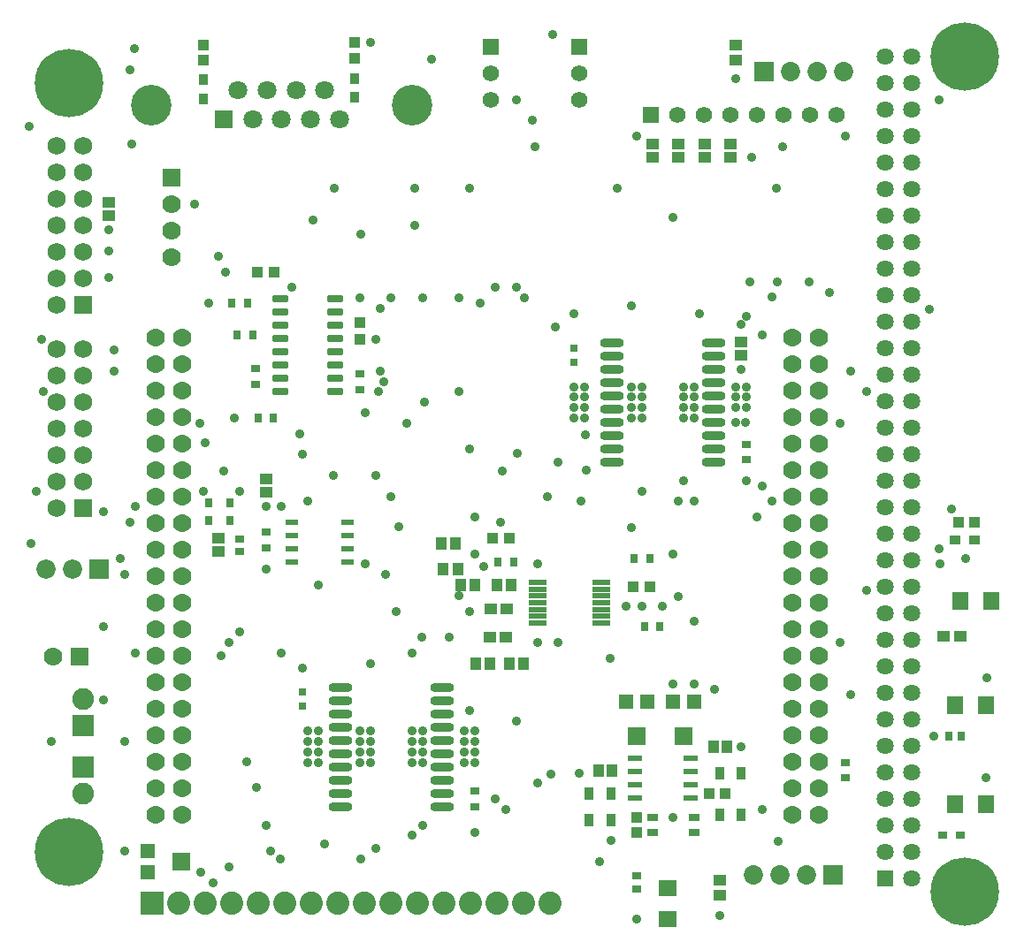
<source format=gbs>
%TF.GenerationSoftware,Altium Limited,Altium Designer,23.1.1 (15)*%
G04 Layer_Color=16711935*
%FSLAX25Y25*%
%MOIN*%
%TF.SameCoordinates,FA324DF6-1FC1-44E6-B842-7DB02DEBFDBB*%
%TF.FilePolarity,Negative*%
%TF.FileFunction,Soldermask,Bot*%
%TF.Part,Single*%
G01*
G75*
%TA.AperFunction,ComponentPad*%
%ADD29R,0.07244X0.07244*%
%ADD30C,0.07244*%
%ADD31R,0.06181X0.06181*%
%ADD32C,0.06181*%
%ADD37R,0.06181X0.06181*%
%TA.AperFunction,SMDPad,CuDef*%
%ADD40R,0.03543X0.03150*%
%ADD42R,0.02756X0.02756*%
%ADD43R,0.03150X0.03543*%
%ADD45R,0.03150X0.03543*%
%ADD51R,0.05118X0.02362*%
%ADD52R,0.03394X0.02613*%
%ADD54R,0.03937X0.03543*%
%ADD57R,0.04469X0.04182*%
%ADD58R,0.04952X0.03985*%
%ADD61R,0.03937X0.02953*%
%ADD63R,0.03543X0.02953*%
%ADD65R,0.04560X0.03985*%
%ADD66R,0.02613X0.03394*%
%ADD67R,0.03543X0.03150*%
%ADD69R,0.05512X0.02362*%
%ADD70R,0.03543X0.03937*%
%ADD71R,0.04182X0.04469*%
%ADD72R,0.03765X0.04749*%
%TA.AperFunction,ComponentPad*%
%ADD82C,0.15288*%
%ADD83R,0.07099X0.07099*%
%ADD84C,0.07099*%
%ADD85R,0.07001X0.07001*%
%ADD86C,0.07001*%
%ADD87R,0.06902X0.06902*%
%ADD88C,0.06902*%
%ADD89R,0.08772X0.08772*%
%ADD90C,0.08772*%
%ADD91C,0.07296*%
%ADD92R,0.07296X0.07296*%
%ADD93R,0.07001X0.07001*%
%ADD94C,0.06410*%
%ADD95R,0.06410X0.06410*%
%ADD96R,0.08182X0.08182*%
%ADD97C,0.08182*%
%ADD98C,0.06981*%
%TA.AperFunction,WasherPad*%
%ADD99C,0.25800*%
%TA.AperFunction,ViaPad*%
%ADD100C,0.03556*%
%TA.AperFunction,SMDPad,CuDef*%
G04:AMPARAMS|DCode=101|XSize=29.65mil|YSize=57.21mil|CornerRadius=5.95mil|HoleSize=0mil|Usage=FLASHONLY|Rotation=270.000|XOffset=0mil|YOffset=0mil|HoleType=Round|Shape=RoundedRectangle|*
%AMROUNDEDRECTD101*
21,1,0.02965,0.04532,0,0,270.0*
21,1,0.01776,0.05721,0,0,270.0*
1,1,0.01190,-0.02266,-0.00888*
1,1,0.01190,-0.02266,0.00888*
1,1,0.01190,0.02266,0.00888*
1,1,0.01190,0.02266,-0.00888*
%
%ADD101ROUNDEDRECTD101*%
%ADD102R,0.04540X0.03950*%
%ADD103R,0.04343X0.04934*%
G04:AMPARAMS|DCode=104|XSize=22.44mil|YSize=67.72mil|CornerRadius=4.31mil|HoleSize=0mil|Usage=FLASHONLY|Rotation=270.000|XOffset=0mil|YOffset=0mil|HoleType=Round|Shape=RoundedRectangle|*
%AMROUNDEDRECTD104*
21,1,0.02244,0.05909,0,0,270.0*
21,1,0.01382,0.06772,0,0,270.0*
1,1,0.00862,-0.02955,-0.00691*
1,1,0.00862,-0.02955,0.00691*
1,1,0.00862,0.02955,0.00691*
1,1,0.00862,0.02955,-0.00691*
%
%ADD104ROUNDEDRECTD104*%
%ADD105R,0.05524X0.05524*%
%ADD106R,0.06706X0.07099*%
%ADD107O,0.09068X0.03359*%
%ADD108R,0.07099X0.06312*%
%ADD109R,0.03950X0.03950*%
%ADD110R,0.03950X0.04540*%
%ADD111R,0.05524X0.05524*%
%ADD112R,0.07099X0.06706*%
%ADD113R,0.04934X0.04343*%
%ADD114R,0.06312X0.07099*%
%ADD115R,0.03950X0.03950*%
D29*
X-346457Y141732D02*
D03*
D30*
X-356457D02*
D03*
X-366457D02*
D03*
D31*
X-165354Y338740D02*
D03*
X-198524D02*
D03*
D32*
X-165354Y328740D02*
D03*
Y318740D02*
D03*
X-198524Y328740D02*
D03*
Y318740D02*
D03*
X-68425Y312992D02*
D03*
X-78425D02*
D03*
X-88425D02*
D03*
X-98425D02*
D03*
X-108425D02*
D03*
X-118425D02*
D03*
X-128425D02*
D03*
D37*
X-138425D02*
D03*
D40*
X-287402Y217520D02*
D03*
Y211614D02*
D03*
X-64961Y68898D02*
D03*
Y62992D02*
D03*
X-283312Y149828D02*
D03*
Y155734D02*
D03*
X-248031Y215551D02*
D03*
Y209646D02*
D03*
X-102362Y188976D02*
D03*
Y183071D02*
D03*
X-204724Y58071D02*
D03*
Y52165D02*
D03*
D42*
X-167323Y219685D02*
D03*
Y225197D02*
D03*
X-269685Y90056D02*
D03*
Y95568D02*
D03*
D43*
X-288386Y230315D02*
D03*
X-294291D02*
D03*
X-296260Y242126D02*
D03*
X-290354D02*
D03*
X-286417Y198819D02*
D03*
X-280512D02*
D03*
X-134843Y120079D02*
D03*
X-140748D02*
D03*
X-144685Y145669D02*
D03*
X-138779D02*
D03*
X-189899Y144569D02*
D03*
X-195805D02*
D03*
D45*
X-305118Y166732D02*
D03*
Y160039D02*
D03*
X-296993Y160003D02*
D03*
Y166695D02*
D03*
D51*
X-273622Y144449D02*
D03*
Y149449D02*
D03*
Y154449D02*
D03*
Y159449D02*
D03*
X-252756D02*
D03*
Y154449D02*
D03*
Y149449D02*
D03*
Y144449D02*
D03*
D52*
X-143701Y26100D02*
D03*
Y21144D02*
D03*
D54*
X-23475Y152784D02*
D03*
X-16389D02*
D03*
D57*
X-138555Y135167D02*
D03*
X-144975D02*
D03*
X-198092Y153543D02*
D03*
X-191672D02*
D03*
X-286675Y253937D02*
D03*
X-280254D02*
D03*
D58*
X-192913Y116142D02*
D03*
X-199033D02*
D03*
X-192535Y126810D02*
D03*
X-198654D02*
D03*
D61*
X-137795Y48228D02*
D03*
Y42323D02*
D03*
X-122047Y48228D02*
D03*
Y42323D02*
D03*
D63*
X-293443Y148585D02*
D03*
Y153310D02*
D03*
D65*
X-21566Y116487D02*
D03*
X-27881D02*
D03*
D66*
X-21144Y78740D02*
D03*
X-26100D02*
D03*
D67*
X-21668Y41434D02*
D03*
X-28361D02*
D03*
D69*
X-123425Y55492D02*
D03*
Y60492D02*
D03*
Y65492D02*
D03*
Y70492D02*
D03*
X-144291D02*
D03*
Y65492D02*
D03*
Y60492D02*
D03*
Y55492D02*
D03*
D70*
X-250000Y319685D02*
D03*
Y326772D02*
D03*
X-307087Y319291D02*
D03*
Y326378D02*
D03*
D71*
X-248031Y228346D02*
D03*
Y234767D02*
D03*
D72*
X-104134Y64961D02*
D03*
X-112205D02*
D03*
X-104232Y49213D02*
D03*
X-112303D02*
D03*
X-161516Y47244D02*
D03*
X-153445D02*
D03*
X-161516Y57087D02*
D03*
X-153445D02*
D03*
D82*
X-326772Y316929D02*
D03*
X-228346D02*
D03*
D83*
X-299370Y311339D02*
D03*
D84*
X-255748D02*
D03*
X-266653D02*
D03*
X-277559D02*
D03*
X-288465D02*
D03*
X-261201Y322520D02*
D03*
X-272106D02*
D03*
X-283012D02*
D03*
X-293917D02*
D03*
D85*
X-318898Y289528D02*
D03*
D86*
Y279528D02*
D03*
Y269528D02*
D03*
Y259528D02*
D03*
X-363650Y108798D02*
D03*
D87*
X-352205Y241653D02*
D03*
Y164724D02*
D03*
D88*
Y251654D02*
D03*
Y261653D02*
D03*
Y271654D02*
D03*
Y281653D02*
D03*
Y291653D02*
D03*
Y301654D02*
D03*
X-362205Y241653D02*
D03*
Y251654D02*
D03*
Y261653D02*
D03*
Y271654D02*
D03*
Y281653D02*
D03*
Y291653D02*
D03*
Y301654D02*
D03*
X-352205Y174724D02*
D03*
Y184724D02*
D03*
Y194724D02*
D03*
Y204724D02*
D03*
Y214724D02*
D03*
Y224724D02*
D03*
X-362205Y164724D02*
D03*
Y174724D02*
D03*
Y184724D02*
D03*
Y194724D02*
D03*
Y204724D02*
D03*
Y214724D02*
D03*
Y224724D02*
D03*
D89*
X-326378Y15748D02*
D03*
D90*
X-316378D02*
D03*
X-306378D02*
D03*
X-296378D02*
D03*
X-286378D02*
D03*
X-276378D02*
D03*
X-266378D02*
D03*
X-256378D02*
D03*
X-246378D02*
D03*
X-236378D02*
D03*
X-226378D02*
D03*
X-216378D02*
D03*
X-206378D02*
D03*
X-196378D02*
D03*
X-186378D02*
D03*
X-176378D02*
D03*
D91*
X-65709Y329646D02*
D03*
X-75709D02*
D03*
X-85709D02*
D03*
X-79646Y26654D02*
D03*
X-89646D02*
D03*
X-99646D02*
D03*
D92*
X-95709Y329646D02*
D03*
X-69646Y26654D02*
D03*
D93*
X-353650Y108798D02*
D03*
D94*
X-40000Y335000D02*
D03*
Y325000D02*
D03*
Y315000D02*
D03*
Y305000D02*
D03*
Y295000D02*
D03*
Y285000D02*
D03*
Y275000D02*
D03*
Y265000D02*
D03*
Y255000D02*
D03*
Y245000D02*
D03*
Y235000D02*
D03*
Y225000D02*
D03*
Y215000D02*
D03*
Y205000D02*
D03*
Y195000D02*
D03*
Y185000D02*
D03*
Y175000D02*
D03*
Y165000D02*
D03*
Y155000D02*
D03*
Y145000D02*
D03*
Y135000D02*
D03*
Y125000D02*
D03*
Y115000D02*
D03*
Y105000D02*
D03*
Y95000D02*
D03*
Y85000D02*
D03*
Y75000D02*
D03*
Y65000D02*
D03*
Y55000D02*
D03*
Y45000D02*
D03*
Y35000D02*
D03*
Y25000D02*
D03*
X-50000Y335000D02*
D03*
Y325000D02*
D03*
Y315000D02*
D03*
Y305000D02*
D03*
Y295000D02*
D03*
Y285000D02*
D03*
Y275000D02*
D03*
Y265000D02*
D03*
Y255000D02*
D03*
Y245000D02*
D03*
Y235000D02*
D03*
Y225000D02*
D03*
Y215000D02*
D03*
Y205000D02*
D03*
Y195000D02*
D03*
Y185000D02*
D03*
Y175000D02*
D03*
Y165000D02*
D03*
Y155000D02*
D03*
Y145000D02*
D03*
Y135000D02*
D03*
Y125000D02*
D03*
Y115000D02*
D03*
Y105000D02*
D03*
Y95000D02*
D03*
Y85000D02*
D03*
Y75000D02*
D03*
Y65000D02*
D03*
Y55000D02*
D03*
Y45000D02*
D03*
Y35000D02*
D03*
D95*
Y25000D02*
D03*
D96*
X-352362Y67087D02*
D03*
Y82677D02*
D03*
D97*
Y57087D02*
D03*
Y92677D02*
D03*
D98*
X-74803Y49213D02*
D03*
X-84803D02*
D03*
X-74803Y59213D02*
D03*
X-84803D02*
D03*
X-74803Y69213D02*
D03*
X-84803D02*
D03*
X-74803Y79213D02*
D03*
X-84803D02*
D03*
X-74803Y89213D02*
D03*
X-84803D02*
D03*
X-74803Y99213D02*
D03*
X-84803D02*
D03*
X-74803Y109213D02*
D03*
X-84803D02*
D03*
X-74803Y119213D02*
D03*
X-84803D02*
D03*
X-74803Y129213D02*
D03*
X-84803D02*
D03*
X-74803Y139213D02*
D03*
X-84803D02*
D03*
X-74803Y149213D02*
D03*
X-84803D02*
D03*
X-74803Y159213D02*
D03*
X-84803D02*
D03*
X-74803Y169213D02*
D03*
X-84803D02*
D03*
X-74803Y179213D02*
D03*
X-84803D02*
D03*
X-74803Y189213D02*
D03*
X-84803D02*
D03*
X-74803Y199213D02*
D03*
X-84803D02*
D03*
X-74803Y209213D02*
D03*
X-84803D02*
D03*
X-74803Y219213D02*
D03*
X-84803D02*
D03*
X-74803Y229213D02*
D03*
X-84803D02*
D03*
X-314803Y49213D02*
D03*
X-324803D02*
D03*
X-314803Y59213D02*
D03*
X-324803D02*
D03*
X-314803Y69213D02*
D03*
X-324803D02*
D03*
X-314803Y79213D02*
D03*
X-324803D02*
D03*
X-314803Y89213D02*
D03*
X-324803D02*
D03*
X-314803Y99213D02*
D03*
X-324803D02*
D03*
X-314803Y109213D02*
D03*
X-324803D02*
D03*
X-314803Y119213D02*
D03*
X-324803D02*
D03*
X-314803Y129213D02*
D03*
X-324803D02*
D03*
X-314803Y139213D02*
D03*
X-324803D02*
D03*
X-314803Y149213D02*
D03*
X-324803D02*
D03*
X-314803Y159213D02*
D03*
X-324803D02*
D03*
X-314803Y169213D02*
D03*
X-324803D02*
D03*
X-314803Y179213D02*
D03*
X-324803D02*
D03*
X-314803Y189213D02*
D03*
X-324803D02*
D03*
X-314803Y199213D02*
D03*
X-324803D02*
D03*
X-314803Y209213D02*
D03*
X-324803D02*
D03*
X-314803Y219213D02*
D03*
X-324803D02*
D03*
X-314803Y229213D02*
D03*
X-324803D02*
D03*
D99*
X-20000Y335000D02*
D03*
Y20000D02*
D03*
X-357520Y35000D02*
D03*
Y325000D02*
D03*
D100*
X-333849Y302140D02*
D03*
X-333125Y338195D02*
D03*
X-334696Y330209D02*
D03*
X-220995Y334296D02*
D03*
X-128000Y131628D02*
D03*
X-141732Y127953D02*
D03*
X-147638D02*
D03*
X-133858D02*
D03*
X-310134Y279613D02*
D03*
X-298608Y253689D02*
D03*
X-129921Y147638D02*
D03*
X-206693Y125984D02*
D03*
X-66929Y114173D02*
D03*
X-96457Y51181D02*
D03*
X-29179Y143966D02*
D03*
X-19685Y145669D02*
D03*
X-236232Y244094D02*
D03*
X-236221Y169291D02*
D03*
X-233431Y157754D02*
D03*
X-293307Y171260D02*
D03*
X-283465Y165354D02*
D03*
X-307996Y27559D02*
D03*
X-204724Y147638D02*
D03*
X-201444Y142933D02*
D03*
X-194882Y159449D02*
D03*
X-204724Y161417D02*
D03*
X-194414Y178796D02*
D03*
X-210630Y131890D02*
D03*
X-227172Y271433D02*
D03*
X-247540Y268071D02*
D03*
X-257473Y285501D02*
D03*
X-227409D02*
D03*
X-206693Y285433D02*
D03*
X-336614Y35433D02*
D03*
X-364173Y76772D02*
D03*
X-344488Y120079D02*
D03*
X-176027Y64581D02*
D03*
X-129912Y274531D02*
D03*
X-150827Y285433D02*
D03*
X-90827D02*
D03*
X-223500Y204724D02*
D03*
X-224476Y116075D02*
D03*
X-181997Y301181D02*
D03*
X-186133Y244094D02*
D03*
X-88583Y301181D02*
D03*
X-100394Y297244D02*
D03*
X-174241Y233297D02*
D03*
X-183071Y311024D02*
D03*
X-100937Y250302D02*
D03*
X-188976Y248031D02*
D03*
X-145669Y241216D02*
D03*
X-265748Y273622D02*
D03*
X-210630Y244094D02*
D03*
X-273654Y248016D02*
D03*
X-248031Y244094D02*
D03*
X-240158Y240158D02*
D03*
X-202756Y242126D02*
D03*
X-224410Y244094D02*
D03*
X-24945Y164366D02*
D03*
X-11613Y100728D02*
D03*
X-11811Y62992D02*
D03*
X-31496Y78740D02*
D03*
X-33346Y239930D02*
D03*
X-57087Y208661D02*
D03*
X-372659Y308926D02*
D03*
X-175197Y343547D02*
D03*
X-368081Y228346D02*
D03*
X-370079Y171260D02*
D03*
X-367201Y208661D02*
D03*
X-106299Y326772D02*
D03*
X-372047Y151575D02*
D03*
X-308364Y196850D02*
D03*
X-306364Y189340D02*
D03*
X-299213Y178796D02*
D03*
X-173422Y182084D02*
D03*
X-188658Y185584D02*
D03*
X-167323Y198819D02*
D03*
Y202756D02*
D03*
Y206693D02*
D03*
Y210630D02*
D03*
X-122047Y198819D02*
D03*
Y202756D02*
D03*
X-125984Y198819D02*
D03*
Y175197D02*
D03*
X-162476Y179134D02*
D03*
X-102362Y175197D02*
D03*
X-177165Y169291D02*
D03*
X-127953Y167323D02*
D03*
X-122047Y122047D02*
D03*
X-238189Y139764D02*
D03*
X-307087Y171260D02*
D03*
X-342520Y261811D02*
D03*
X-344488Y163386D02*
D03*
X-334646Y159449D02*
D03*
X-332677Y110236D02*
D03*
X-29528Y318898D02*
D03*
Y149606D02*
D03*
X-57087Y133858D02*
D03*
X-173228Y114173D02*
D03*
X-122047Y98425D02*
D03*
X-129921D02*
D03*
X-181102Y143701D02*
D03*
X-164476Y167323D02*
D03*
X-277559Y165354D02*
D03*
X-301181Y259839D02*
D03*
X-342520Y269685D02*
D03*
X-257874Y177165D02*
D03*
X-263779Y135827D02*
D03*
X-277559Y110236D02*
D03*
X-283465Y45276D02*
D03*
X-287116Y59374D02*
D03*
X-290478Y69054D02*
D03*
X-293457Y118164D02*
D03*
X-300377Y109130D02*
D03*
X-303255Y23622D02*
D03*
X-297244Y114173D02*
D03*
Y29528D02*
D03*
X-241130Y208661D02*
D03*
X-239130Y212598D02*
D03*
X-214343Y115995D02*
D03*
X-228346Y110236D02*
D03*
X-90204Y39252D02*
D03*
X-98425Y161417D02*
D03*
X-145669Y157480D02*
D03*
X-234186Y125918D02*
D03*
X-277801Y32555D02*
D03*
X-247525Y32585D02*
D03*
X-261372Y38265D02*
D03*
X-281496Y35433D02*
D03*
X-263779Y68898D02*
D03*
X-228346Y41339D02*
D03*
X-224410Y45276D02*
D03*
X-230382Y196916D02*
D03*
X-188976Y84646D02*
D03*
X-336614Y139764D02*
D03*
X-338457Y145669D02*
D03*
X-344488Y92520D02*
D03*
X-196850Y248031D02*
D03*
X-206693Y187008D02*
D03*
X-188976Y318898D02*
D03*
X-162833Y192446D02*
D03*
X-244094Y340551D02*
D03*
X-141732Y202756D02*
D03*
Y198819D02*
D03*
X-145669Y206693D02*
D03*
Y202756D02*
D03*
Y198819D02*
D03*
X-141732Y210630D02*
D03*
X-145669D02*
D03*
X-141732Y206693D02*
D03*
X-210630Y208661D02*
D03*
X-342520Y251969D02*
D03*
X-340520Y224410D02*
D03*
Y216535D02*
D03*
X-336614Y76772D02*
D03*
X-181102Y114173D02*
D03*
Y61024D02*
D03*
X-267717Y68898D02*
D03*
X-228346D02*
D03*
X-106299Y197000D02*
D03*
X-102628D02*
D03*
X-106299Y202756D02*
D03*
X-102362D02*
D03*
X-240158Y216535D02*
D03*
X-242126Y177165D02*
D03*
X-96457Y173228D02*
D03*
X-64961Y305118D02*
D03*
X-62992Y216535D02*
D03*
X-66929Y196850D02*
D03*
X-143701Y305118D02*
D03*
X-332677Y165354D02*
D03*
X-104395Y234153D02*
D03*
X-102362Y237311D02*
D03*
X-92520Y244429D02*
D03*
X-90551Y250078D02*
D03*
X-120079Y238189D02*
D03*
X-167323D02*
D03*
X-78740Y250000D02*
D03*
X-70866Y246063D02*
D03*
X-92520Y167323D02*
D03*
X-122047D02*
D03*
X-96457Y230315D02*
D03*
X-141732Y171260D02*
D03*
X-112205Y11024D02*
D03*
X-62992Y94488D02*
D03*
X-114173Y96457D02*
D03*
X-153543Y108268D02*
D03*
X-153445Y39370D02*
D03*
X-157480Y31496D02*
D03*
X-143701Y9843D02*
D03*
X-192913Y51181D02*
D03*
X-206693Y88583D02*
D03*
X-196850Y55118D02*
D03*
X-269685Y104331D02*
D03*
X-244094Y106299D02*
D03*
X-246063Y143701D02*
D03*
X-242126Y36342D02*
D03*
X-270595Y192913D02*
D03*
X-269685Y185039D02*
D03*
X-246063Y200787D02*
D03*
X-267717Y167323D02*
D03*
X-305118Y242126D02*
D03*
X-242126Y228346D02*
D03*
X-295276Y198819D02*
D03*
X-283465Y141732D02*
D03*
X-204724Y42323D02*
D03*
X-104245Y217087D02*
D03*
X-102362Y210630D02*
D03*
Y206693D02*
D03*
X-106299D02*
D03*
Y210630D02*
D03*
X-125984D02*
D03*
Y206693D02*
D03*
Y202756D02*
D03*
X-122047Y206693D02*
D03*
Y210630D02*
D03*
X-163386Y198819D02*
D03*
Y202756D02*
D03*
Y206693D02*
D03*
Y210630D02*
D03*
X-267717Y72835D02*
D03*
Y76772D02*
D03*
Y80709D02*
D03*
X-263779D02*
D03*
Y76772D02*
D03*
Y72835D02*
D03*
X-244094Y68898D02*
D03*
Y72835D02*
D03*
Y76772D02*
D03*
Y80709D02*
D03*
X-248031D02*
D03*
Y76772D02*
D03*
Y72835D02*
D03*
Y68898D02*
D03*
X-228346Y80709D02*
D03*
Y76772D02*
D03*
Y72835D02*
D03*
X-224410Y80709D02*
D03*
Y76772D02*
D03*
Y72835D02*
D03*
Y68898D02*
D03*
X-208661Y80709D02*
D03*
X-204724D02*
D03*
X-208661Y76772D02*
D03*
X-204724D02*
D03*
X-208661Y72835D02*
D03*
X-204724D02*
D03*
X-208661Y68898D02*
D03*
X-204724D02*
D03*
X-165354Y64961D02*
D03*
X-129921Y48228D02*
D03*
X-104331Y74803D02*
D03*
D101*
X-278051Y208878D02*
D03*
Y213878D02*
D03*
Y218878D02*
D03*
Y223878D02*
D03*
Y228878D02*
D03*
Y233878D02*
D03*
Y238878D02*
D03*
Y243878D02*
D03*
X-257382Y208878D02*
D03*
Y213878D02*
D03*
Y218878D02*
D03*
Y223878D02*
D03*
Y228878D02*
D03*
Y233878D02*
D03*
Y238878D02*
D03*
Y243878D02*
D03*
D102*
X-108268Y297244D02*
D03*
Y302165D02*
D03*
X-118110Y297244D02*
D03*
Y302165D02*
D03*
X-127953Y297244D02*
D03*
Y302165D02*
D03*
X-137795Y297244D02*
D03*
Y302165D02*
D03*
X-342520Y280118D02*
D03*
Y275000D02*
D03*
X-104331Y222441D02*
D03*
Y227559D02*
D03*
X-301181Y148425D02*
D03*
Y153543D02*
D03*
X-283465Y175787D02*
D03*
Y170669D02*
D03*
D103*
X-196457Y135827D02*
D03*
X-190945D02*
D03*
X-191732Y106299D02*
D03*
X-186221D02*
D03*
X-211811Y151575D02*
D03*
X-217323D02*
D03*
X-211024Y141732D02*
D03*
X-216535D02*
D03*
D104*
X-157087Y121457D02*
D03*
Y136811D02*
D03*
Y134252D02*
D03*
Y131693D02*
D03*
Y129134D02*
D03*
Y126575D02*
D03*
Y124016D02*
D03*
X-181102Y136811D02*
D03*
Y134252D02*
D03*
Y131693D02*
D03*
Y129134D02*
D03*
Y126575D02*
D03*
Y124016D02*
D03*
Y121457D02*
D03*
D105*
X-327953Y35433D02*
D03*
Y27559D02*
D03*
D106*
X-315158Y31496D02*
D03*
D107*
X-217126Y97303D02*
D03*
Y92303D02*
D03*
Y87303D02*
D03*
Y82303D02*
D03*
Y77303D02*
D03*
Y72303D02*
D03*
Y67303D02*
D03*
Y62303D02*
D03*
Y57303D02*
D03*
Y52303D02*
D03*
X-255315Y97303D02*
D03*
Y92303D02*
D03*
Y87303D02*
D03*
Y82303D02*
D03*
Y77303D02*
D03*
Y72303D02*
D03*
Y67303D02*
D03*
Y62303D02*
D03*
Y57303D02*
D03*
Y52303D02*
D03*
X-114764Y227224D02*
D03*
Y222224D02*
D03*
Y217224D02*
D03*
Y212224D02*
D03*
Y207224D02*
D03*
Y202224D02*
D03*
Y197224D02*
D03*
Y192224D02*
D03*
Y187224D02*
D03*
Y182224D02*
D03*
X-152953Y227224D02*
D03*
Y222224D02*
D03*
Y217224D02*
D03*
Y212224D02*
D03*
Y207224D02*
D03*
Y202224D02*
D03*
Y197224D02*
D03*
Y192224D02*
D03*
Y187224D02*
D03*
Y182224D02*
D03*
D108*
X-131890Y21654D02*
D03*
Y9843D02*
D03*
D109*
X-22204Y159451D02*
D03*
X-16298D02*
D03*
X-110236Y57087D02*
D03*
X-116142D02*
D03*
D110*
X-209842Y135827D02*
D03*
X-204724D02*
D03*
X-204222Y106264D02*
D03*
X-199104D02*
D03*
X-114764Y74803D02*
D03*
X-109646D02*
D03*
X-158120Y65766D02*
D03*
X-153002D02*
D03*
D111*
X-147638Y91732D02*
D03*
X-139764D02*
D03*
X-129921D02*
D03*
X-122047D02*
D03*
D112*
X-143701Y78937D02*
D03*
X-125984D02*
D03*
D113*
X-106299Y333858D02*
D03*
Y339370D02*
D03*
X-112205Y18898D02*
D03*
Y24409D02*
D03*
D114*
X-23622Y53150D02*
D03*
X-11811D02*
D03*
X-23622Y90551D02*
D03*
X-11811D02*
D03*
X-21654Y129921D02*
D03*
X-9843D02*
D03*
D115*
X-143701Y42323D02*
D03*
Y48229D02*
D03*
X-307087Y339567D02*
D03*
Y333661D02*
D03*
X-250000Y340551D02*
D03*
Y334646D02*
D03*
%TF.MD5,5a43ffd6338716d4b5be5bfa83873d4c*%
M02*

</source>
